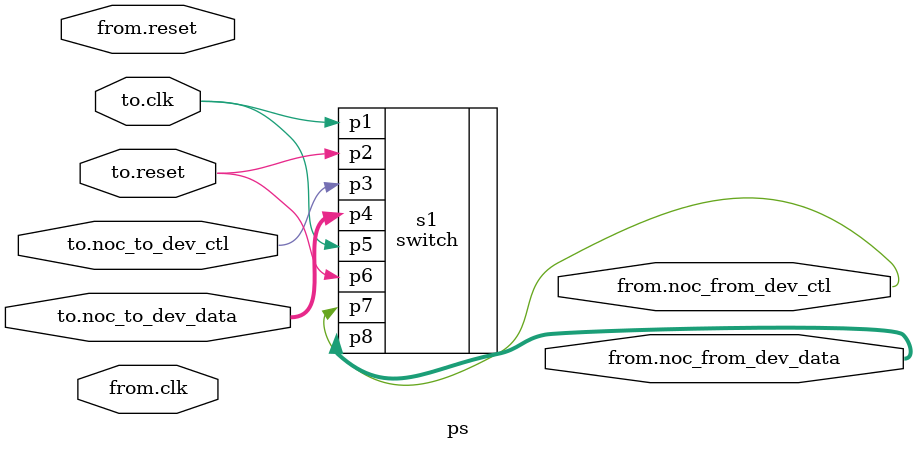
<source format=v>


module ps ( \to.clk , \to.reset , \to.noc_to_dev_ctl , \to.noc_to_dev_data , 
        \from.clk , \from.reset , \from.noc_from_dev_ctl , 
        \from.noc_from_dev_data  );
  input [7:0] \to.noc_to_dev_data ;
  output [7:0] \from.noc_from_dev_data ;
  input \to.clk , \to.reset , \to.noc_to_dev_ctl , \from.clk , \from.reset ;
  output \from.noc_from_dev_ctl ;

  tri   \to.clk ;
  tri   \to.reset ;
  tri   \to.noc_to_dev_ctl ;
  tri   [7:0] \to.noc_to_dev_data ;
  tri   \from.noc_from_dev_ctl ;
  tri   [7:0] \from.noc_from_dev_data ;

  switch s1 ( .p1(\to.clk ), .p2(\to.reset ), .p3(\to.noc_to_dev_ctl ), .p4(
        \to.noc_to_dev_data ), .p5(\to.clk ), .p6(\to.reset ), .p7(
        \from.noc_from_dev_ctl ), .p8(\from.noc_from_dev_data ) );
endmodule


</source>
